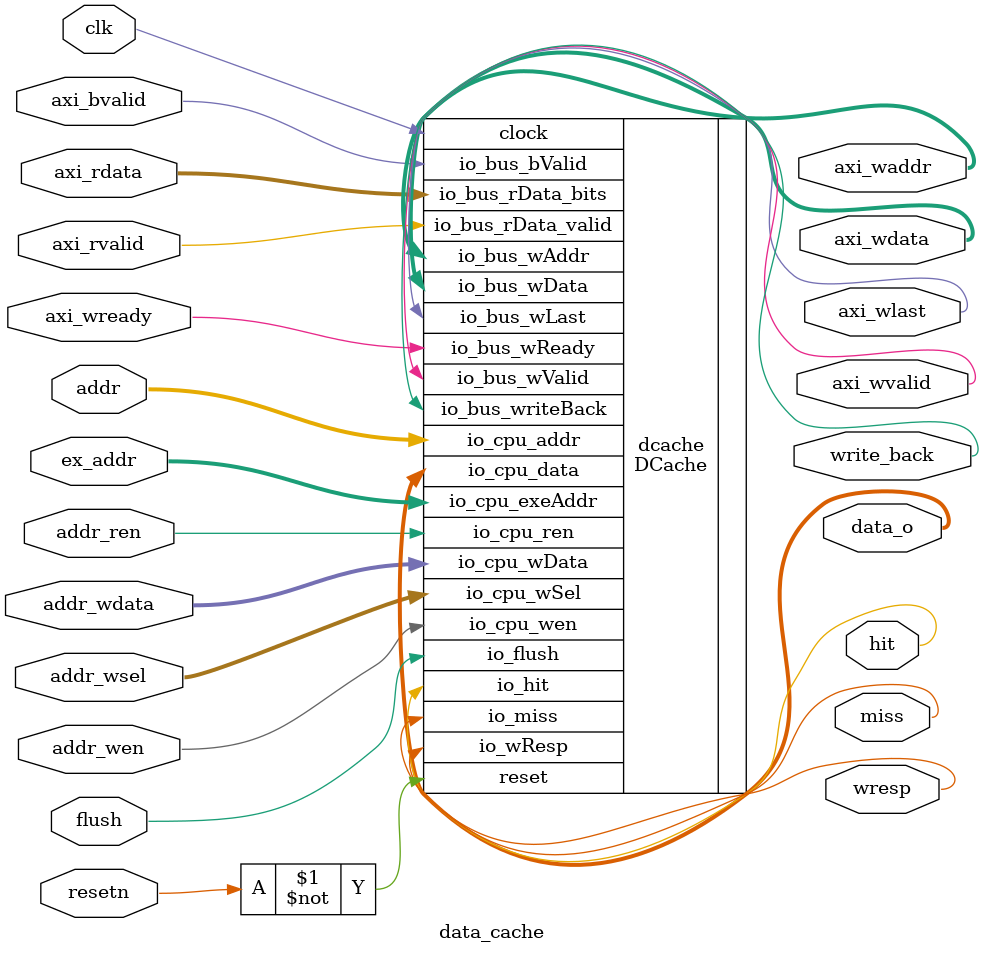
<source format=v>
module data_cache(
    input wire          clk,
    input wire          resetn,
    input wire          flush,

    // from cpu--read
    input wire[31:0]    addr,
    input wire          addr_ren,

    // from cpu--write
    input wire[31:0]    addr_wdata,
    input wire          addr_wen,
    input wire[3:0]     addr_wsel,
    input wire[31:0]    ex_addr,
    // to cpu--read result
    output wire[31:0]   data_o,
    output wire         hit,        // read--cache hit
    output wire         wresp,      // write--cache hit and write to cache succeed

    // from axi--read data     
    input wire[31:0]    axi_rdata,      
    input wire          axi_rvalid,
    input wire          axi_wready,
    input wire          axi_bvalid,

    // to axi--read data
    output wire          miss,       // cache not hit, need to access memory

    // to axi--write data
    output wire          write_back, // repalced item need to write back
    output wire[31:0]    axi_waddr,  // address of write back
    output wire[31:0]    axi_wdata,
    output wire          axi_wvalid,
    output wire          axi_wlast
);

    DCache dcache(
        .clock              (clk),
        .reset              (~resetn),
        .io_bus_rData_valid (axi_rvalid),
        .io_bus_rData_bits  (axi_rdata),
        .io_bus_wReady      (axi_wready),
        .io_bus_bValid      (axi_bvalid),
        .io_flush           (flush),
        .io_cpu_addr        (addr),
        .io_cpu_ren         (addr_ren),
        .io_cpu_wen         (addr_wen),
        .io_cpu_wData       (addr_wdata),
        .io_cpu_wSel        (addr_wsel),
        .io_cpu_exeAddr     (ex_addr),
        .io_cpu_data        (data_o),
        .io_hit             (hit),
        .io_wResp           (wresp),
        .io_miss            (miss),
        .io_bus_writeBack   (write_back),
        .io_bus_wAddr       (axi_waddr),
        .io_bus_wData       (axi_wdata),
        .io_bus_wValid      (axi_wvalid),
        .io_bus_wLast       (axi_wlast)
    );
endmodule
</source>
